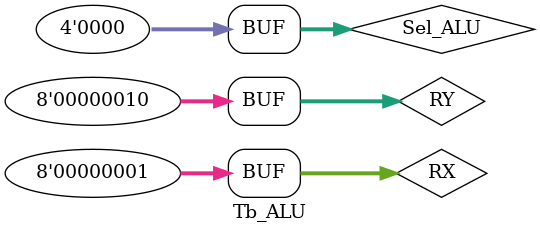
<source format=v>
`timescale 1ns / 1ps


module Tb_ALU(

    );
    
    reg[7:0] RY;
    reg[7:0] RX;
    reg[3:0] Sel_ALU;
    wire[7:0] R0;
    wire[2:0] Flags;
    
    
    ALU uut (
        .RY(RY),
        .RX(RX),
        .Sel_ALU(Sel_ALU),
        .R0(R0),
        .Flags(Flags)
    );
    
        initial 
        begin 
        //Inicialización de las entradas
            RY=0; // A
            RX=0; // B 
            Sel_ALU=0;
 
            #2
            RY= 8'd4; 
            RX= 8'd4;
            Sel_ALU=4'b0001;
            #2
            RY= 8'd4; 
            RX= 8'd5;
            Sel_ALU=4'b0001;
            #2
            RY= 8'd255; 
            RX= 8'd1;
            Sel_ALU=4'b0000;
            
            #2
            RY= 8'd4; 
            RX= 8'd3;
            Sel_ALU=4'b0001;
            #2
            RY= 8'd10; 
            RX= 8'd5;
            Sel_ALU=4'b0001;
            #2
            RY= 8'd2; 
            RX= 8'd1;
            Sel_ALU=4'b0000;
        
        end 
   
endmodule

</source>
